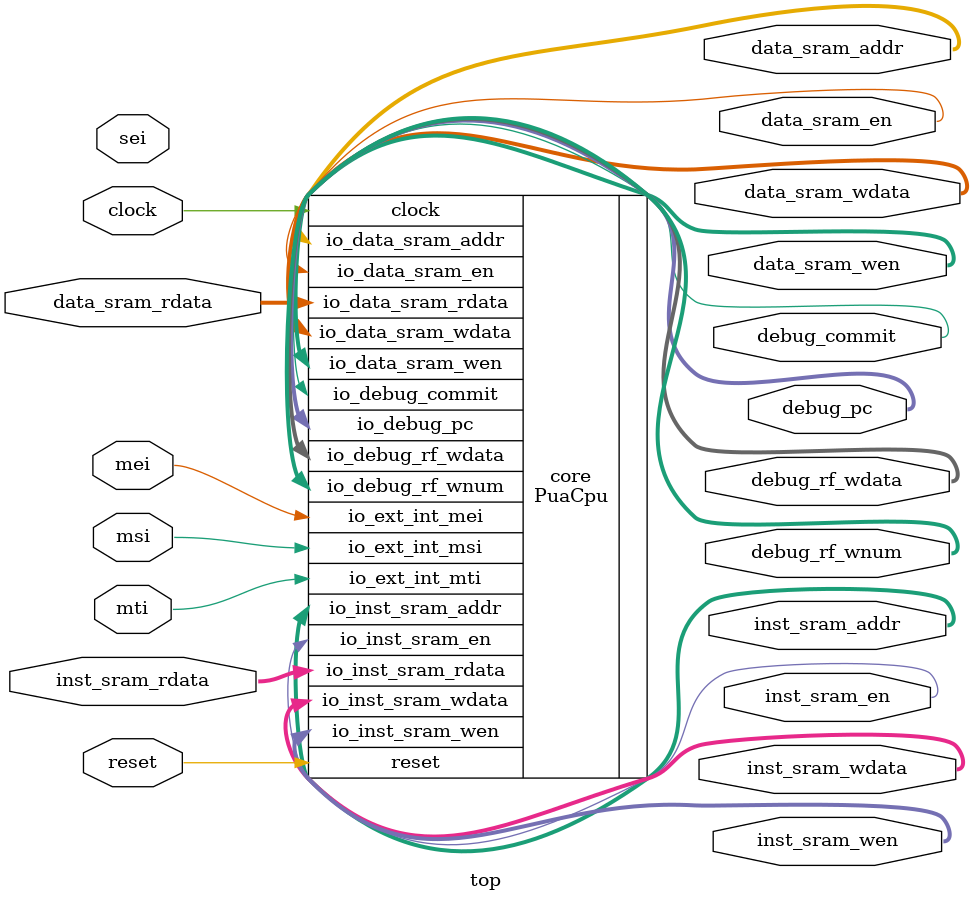
<source format=v>
module top(
    input         clock,
    input         reset,
    // Interrupts
    input         mei, // to PLIC
    input         msi, // to CLINT
    input         mti, // to CLINT
    input         sei, // to PLIC
    // inst sram interface
    output        inst_sram_en,
    output [ 3:0] inst_sram_wen,
    output [31:0] inst_sram_addr,
    output [31:0] inst_sram_wdata,
    input  [31:0] inst_sram_rdata,
    // data sram interface
    output        data_sram_en,
    output [ 7:0] data_sram_wen,
    output [31:0] data_sram_addr,
    output [63:0] data_sram_wdata,
    input  [63:0] data_sram_rdata,
    // trace debug interface
    output        debug_commit,
    output [63:0] debug_pc,
    output [4:0 ] debug_rf_wnum,
    output [63:0] debug_rf_wdata
);

PuaCpu core(
    .clock                    (clock),
    .reset                    (reset),
    // interrupts     
    .io_ext_int_mei           (mei),
    .io_ext_int_mti           (mti),
    .io_ext_int_msi           (msi),
    // inst sram interface 
    .io_inst_sram_en          (inst_sram_en),
    .io_inst_sram_wen         (inst_sram_wen),
    .io_inst_sram_addr        (inst_sram_addr),
    .io_inst_sram_wdata       (inst_sram_wdata),
    .io_inst_sram_rdata       (inst_sram_rdata),
    // data sram interface
    .io_data_sram_en          (data_sram_en),
    .io_data_sram_wen         (data_sram_wen),
    .io_data_sram_addr        (data_sram_addr),
    .io_data_sram_wdata       (data_sram_wdata),
    .io_data_sram_rdata       (data_sram_rdata),
    // debug
    .io_debug_pc              (debug_pc),
    .io_debug_commit          (debug_commit),
    .io_debug_rf_wnum         (debug_rf_wnum),
    .io_debug_rf_wdata        (debug_rf_wdata)
);

endmodule

</source>
